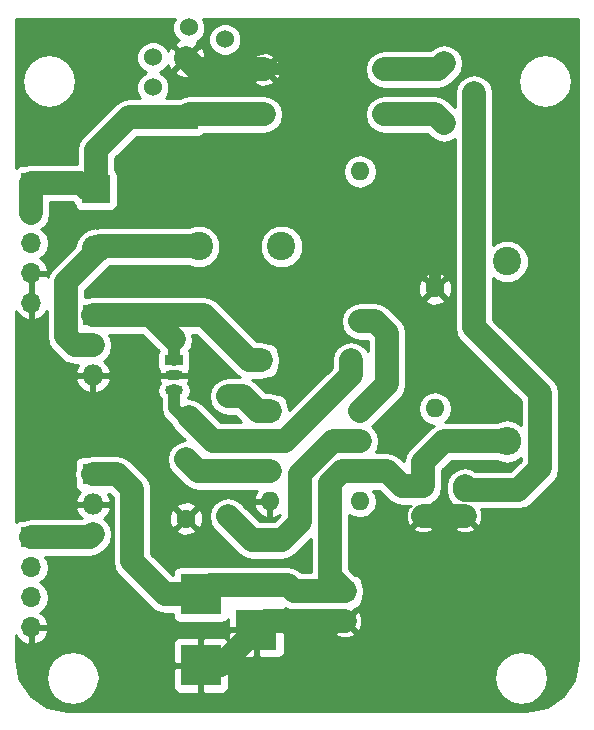
<source format=gtl>
G04 #@! TF.FileFunction,Copper,L1,Top,Signal*
%FSLAX46Y46*%
G04 Gerber Fmt 4.6, Leading zero omitted, Abs format (unit mm)*
G04 Created by KiCad (PCBNEW 4.0.7) date 10/23/17 00:19:34*
%MOMM*%
%LPD*%
G01*
G04 APERTURE LIST*
%ADD10C,0.100000*%
%ADD11C,1.600000*%
%ADD12R,2.000000X2.000000*%
%ADD13C,2.000000*%
%ADD14R,2.400000X2.400000*%
%ADD15O,2.400000X2.400000*%
%ADD16R,1.600000X1.600000*%
%ADD17O,1.600000X1.600000*%
%ADD18R,3.500000X3.500000*%
%ADD19R,1.700000X1.700000*%
%ADD20O,1.700000X1.700000*%
%ADD21C,2.400000*%
%ADD22O,1.500000X0.900000*%
%ADD23R,1.500000X0.900000*%
%ADD24R,1.800000X1.800000*%
%ADD25O,1.800000X1.800000*%
%ADD26C,1.524000*%
%ADD27C,2.000000*%
%ADD28C,1.000000*%
%ADD29C,0.254000*%
G04 APERTURE END LIST*
D10*
D11*
X169672000Y-122682000D03*
X169672000Y-125182000D03*
X149606000Y-120396000D03*
X149606000Y-125396000D03*
X173228000Y-122682000D03*
X173228000Y-125182000D03*
D12*
X149606000Y-91440000D03*
D13*
X149606000Y-86440000D03*
D14*
X141986000Y-97536000D03*
D15*
X141986000Y-102616000D03*
D16*
X155956000Y-112014000D03*
D17*
X163576000Y-112014000D03*
D18*
X150876000Y-131826000D03*
X150876000Y-137826000D03*
X155576000Y-134826000D03*
D19*
X136500000Y-127000000D03*
D20*
X136500000Y-129540000D03*
X136500000Y-132080000D03*
X136500000Y-134620000D03*
D19*
X136500000Y-97000000D03*
D20*
X136500000Y-99540000D03*
X136500000Y-102080000D03*
X136500000Y-104620000D03*
X136500000Y-107160000D03*
D21*
X157678000Y-102362000D03*
X150678000Y-102362000D03*
D22*
X148590000Y-113284000D03*
X148590000Y-114554000D03*
D23*
X148590000Y-112014000D03*
D24*
X141732000Y-108204000D03*
D25*
X141732000Y-110744000D03*
X141732000Y-113284000D03*
D11*
X164338000Y-108712000D03*
D17*
X164338000Y-96012000D03*
D11*
X170688000Y-105918000D03*
D17*
X170688000Y-116078000D03*
D11*
X153162000Y-115062000D03*
D17*
X153162000Y-125222000D03*
D11*
X166370000Y-91186000D03*
D17*
X156210000Y-91186000D03*
D26*
X173990000Y-89408000D03*
X171450000Y-86868000D03*
X171450000Y-91948000D03*
D11*
X156210000Y-87376000D03*
D17*
X166370000Y-87376000D03*
D21*
X176784000Y-103632000D03*
D15*
X176784000Y-118872000D03*
D16*
X156718000Y-116332000D03*
D17*
X164338000Y-123952000D03*
X156718000Y-118872000D03*
X164338000Y-121412000D03*
X156718000Y-121412000D03*
X164338000Y-118872000D03*
X156718000Y-123952000D03*
X164338000Y-116332000D03*
D24*
X141732000Y-121666000D03*
D25*
X141732000Y-124206000D03*
X141732000Y-126746000D03*
D16*
X163068000Y-131572000D03*
D11*
X163068000Y-134072000D03*
D26*
X145288000Y-96012000D03*
X147828000Y-96012000D03*
X145288000Y-98552000D03*
X146812000Y-86360000D03*
X146812000Y-88900000D03*
X149860000Y-83820000D03*
X152908000Y-84836000D03*
X150368000Y-96012000D03*
X147828000Y-98552000D03*
X150368000Y-98552000D03*
X155956000Y-96012000D03*
X155956000Y-98552000D03*
X148336000Y-128016000D03*
X151384000Y-128016000D03*
D27*
X176784000Y-118872000D02*
X171450000Y-118872000D01*
X169672000Y-120650000D02*
X169672000Y-122682000D01*
X171450000Y-118872000D02*
X169672000Y-120650000D01*
X169672000Y-122682000D02*
X167894000Y-122682000D01*
X166624000Y-121412000D02*
X164338000Y-121412000D01*
X167894000Y-122682000D02*
X166624000Y-121412000D01*
X164338000Y-121412000D02*
X162814000Y-121412000D01*
X161798000Y-130302000D02*
X163068000Y-131572000D01*
X161798000Y-122428000D02*
X161798000Y-130302000D01*
X162814000Y-121412000D02*
X161798000Y-122428000D01*
X163068000Y-131572000D02*
X158750000Y-131572000D01*
X158242000Y-131064000D02*
X151638000Y-131064000D01*
X158750000Y-131572000D02*
X158242000Y-131064000D01*
X151638000Y-131064000D02*
X150876000Y-131826000D01*
X150876000Y-131826000D02*
X147828000Y-131826000D01*
X143764000Y-121666000D02*
X141732000Y-121666000D01*
X145034000Y-122936000D02*
X143764000Y-121666000D01*
X145034000Y-129032000D02*
X145034000Y-122936000D01*
X147828000Y-131826000D02*
X145034000Y-129032000D01*
D28*
X170688000Y-105918000D02*
X170688000Y-103124000D01*
X157988000Y-87376000D02*
X156210000Y-87376000D01*
X159258000Y-88646000D02*
X157988000Y-87376000D01*
X159258000Y-96012000D02*
X159258000Y-88646000D01*
X162306000Y-99060000D02*
X159258000Y-96012000D01*
X166624000Y-99060000D02*
X162306000Y-99060000D01*
X170688000Y-103124000D02*
X166624000Y-99060000D01*
D27*
X156210000Y-87376000D02*
X150542000Y-87376000D01*
X150542000Y-87376000D02*
X149606000Y-86440000D01*
X173228000Y-125182000D02*
X169672000Y-125182000D01*
X163068000Y-134072000D02*
X156330000Y-134072000D01*
X156330000Y-134072000D02*
X152576000Y-137826000D01*
X152576000Y-137826000D02*
X150876000Y-137826000D01*
X156718000Y-121412000D02*
X150622000Y-121412000D01*
X150622000Y-121412000D02*
X149606000Y-120396000D01*
X173990000Y-89408000D02*
X173990000Y-109220000D01*
X177754002Y-122981998D02*
X173228000Y-122981998D01*
X179578000Y-121158000D02*
X177754002Y-122981998D01*
X179578000Y-114808000D02*
X179578000Y-121158000D01*
X173990000Y-109220000D02*
X179578000Y-114808000D01*
X173228000Y-122981998D02*
X173228000Y-122682000D01*
X136500000Y-97000000D02*
X136500000Y-99540000D01*
X141986000Y-97536000D02*
X141224000Y-97536000D01*
X141224000Y-97536000D02*
X140688000Y-97000000D01*
X140688000Y-97000000D02*
X136500000Y-97000000D01*
X149606000Y-91440000D02*
X144780000Y-91440000D01*
X141986000Y-94234000D02*
X141986000Y-97536000D01*
X144780000Y-91440000D02*
X141986000Y-94234000D01*
X156210000Y-91186000D02*
X149860000Y-91186000D01*
X149860000Y-91186000D02*
X149606000Y-91440000D01*
X141986000Y-102616000D02*
X141986000Y-102870000D01*
X141986000Y-102870000D02*
X139446000Y-105410000D01*
X140208000Y-110744000D02*
X141732000Y-110744000D01*
X139446000Y-109982000D02*
X140208000Y-110744000D01*
X139446000Y-105410000D02*
X139446000Y-109982000D01*
X150678000Y-102362000D02*
X142240000Y-102362000D01*
X142240000Y-102362000D02*
X141986000Y-102616000D01*
D28*
X148590000Y-112014000D02*
X148590000Y-110236000D01*
D27*
X146558000Y-108204000D02*
X148590000Y-110236000D01*
X146558000Y-108204000D02*
X145034000Y-108204000D01*
X155956000Y-112014000D02*
X154940000Y-112014000D01*
X151130000Y-108204000D02*
X145034000Y-108204000D01*
X145034000Y-108204000D02*
X141732000Y-108204000D01*
X154940000Y-112014000D02*
X151130000Y-108204000D01*
D28*
X149860000Y-116840000D02*
X149352000Y-116840000D01*
D27*
X156718000Y-118872000D02*
X151892000Y-118872000D01*
X151892000Y-118872000D02*
X149860000Y-116840000D01*
D28*
X148590000Y-116078000D02*
X148590000Y-114554000D01*
X149352000Y-116840000D02*
X148590000Y-116078000D01*
D27*
X163576000Y-112014000D02*
X163576000Y-113284000D01*
X157988000Y-118872000D02*
X156718000Y-118872000D01*
X163576000Y-113284000D02*
X157988000Y-118872000D01*
X136500000Y-127000000D02*
X141478000Y-127000000D01*
X141478000Y-127000000D02*
X141732000Y-126746000D01*
X153162000Y-125222000D02*
X155194000Y-127254000D01*
X162052000Y-118872000D02*
X164338000Y-118872000D01*
X159258000Y-121666000D02*
X162052000Y-118872000D01*
X159258000Y-125730000D02*
X159258000Y-121666000D01*
X157734000Y-127254000D02*
X159258000Y-125730000D01*
X155194000Y-127254000D02*
X157734000Y-127254000D01*
X164338000Y-116332000D02*
X166624000Y-114046000D01*
X165608000Y-108712000D02*
X164338000Y-108712000D01*
X166624000Y-109728000D02*
X165608000Y-108712000D01*
X166624000Y-114046000D02*
X166624000Y-109728000D01*
X156718000Y-116332000D02*
X155702000Y-116332000D01*
X154432000Y-115062000D02*
X153162000Y-115062000D01*
X155702000Y-116332000D02*
X154432000Y-115062000D01*
X166370000Y-91186000D02*
X170688000Y-91186000D01*
X170688000Y-91186000D02*
X171450000Y-91948000D01*
X166370000Y-87376000D02*
X170942000Y-87376000D01*
X170942000Y-87376000D02*
X171450000Y-86868000D01*
D29*
G36*
X148463243Y-83540900D02*
X148462758Y-84096661D01*
X148674990Y-84610303D01*
X148981365Y-84917213D01*
X148731736Y-85020613D01*
X148633073Y-85287468D01*
X149606000Y-86260395D01*
X150578927Y-85287468D01*
X150514297Y-85112661D01*
X151510758Y-85112661D01*
X151722990Y-85626303D01*
X152115630Y-86019629D01*
X152628900Y-86232757D01*
X153184661Y-86233242D01*
X153698303Y-86021010D01*
X154091629Y-85628370D01*
X154304757Y-85115100D01*
X154305242Y-84559339D01*
X154093010Y-84045697D01*
X153700370Y-83652371D01*
X153187100Y-83439243D01*
X152631339Y-83438758D01*
X152117697Y-83650990D01*
X151724371Y-84043630D01*
X151511243Y-84556900D01*
X151510758Y-85112661D01*
X150514297Y-85112661D01*
X150497794Y-85068025D01*
X150650303Y-85005010D01*
X151043629Y-84612370D01*
X151256757Y-84099100D01*
X151257242Y-83543339D01*
X151061118Y-83068682D01*
X182815000Y-83068682D01*
X182815000Y-137316215D01*
X182474142Y-139029826D01*
X181541676Y-140425359D01*
X180146142Y-141357824D01*
X178432533Y-141698682D01*
X139567467Y-141698682D01*
X137853856Y-141357824D01*
X136458323Y-140425358D01*
X135525858Y-139029824D01*
X135493543Y-138867365D01*
X137715000Y-138867365D01*
X137888935Y-139741797D01*
X138384261Y-140483104D01*
X139125568Y-140978430D01*
X140000000Y-141152365D01*
X140874432Y-140978430D01*
X141615739Y-140483104D01*
X142111065Y-139741797D01*
X142285000Y-138867365D01*
X142134700Y-138111750D01*
X148491000Y-138111750D01*
X148491000Y-139702309D01*
X148587673Y-139935698D01*
X148766301Y-140114327D01*
X148999690Y-140211000D01*
X150590250Y-140211000D01*
X150749000Y-140052250D01*
X150749000Y-137953000D01*
X151003000Y-137953000D01*
X151003000Y-140052250D01*
X151161750Y-140211000D01*
X152752310Y-140211000D01*
X152985699Y-140114327D01*
X153164327Y-139935698D01*
X153261000Y-139702309D01*
X153261000Y-138867365D01*
X175715000Y-138867365D01*
X175888935Y-139741797D01*
X176384261Y-140483104D01*
X177125568Y-140978430D01*
X178000000Y-141152365D01*
X178874432Y-140978430D01*
X179615739Y-140483104D01*
X180111065Y-139741797D01*
X180285000Y-138867365D01*
X180111065Y-137992933D01*
X179615739Y-137251626D01*
X178874432Y-136756300D01*
X178000000Y-136582365D01*
X177125568Y-136756300D01*
X176384261Y-137251626D01*
X175888935Y-137992933D01*
X175715000Y-138867365D01*
X153261000Y-138867365D01*
X153261000Y-138111750D01*
X153102250Y-137953000D01*
X151003000Y-137953000D01*
X150749000Y-137953000D01*
X148649750Y-137953000D01*
X148491000Y-138111750D01*
X142134700Y-138111750D01*
X142111065Y-137992933D01*
X141615739Y-137251626D01*
X140874432Y-136756300D01*
X140000000Y-136582365D01*
X139125568Y-136756300D01*
X138384261Y-137251626D01*
X137888935Y-137992933D01*
X137715000Y-138867365D01*
X135493543Y-138867365D01*
X135185000Y-137316215D01*
X135185000Y-135282249D01*
X135228355Y-135386924D01*
X135618642Y-135815183D01*
X136143108Y-136061486D01*
X136373000Y-135940819D01*
X136373000Y-134747000D01*
X136627000Y-134747000D01*
X136627000Y-135940819D01*
X136856892Y-136061486D01*
X137094943Y-135949691D01*
X148491000Y-135949691D01*
X148491000Y-137540250D01*
X148649750Y-137699000D01*
X150749000Y-137699000D01*
X150749000Y-135599750D01*
X151003000Y-135599750D01*
X151003000Y-137699000D01*
X153102250Y-137699000D01*
X153261000Y-137540250D01*
X153261000Y-136871304D01*
X153287673Y-136935698D01*
X153466301Y-137114327D01*
X153699690Y-137211000D01*
X155290250Y-137211000D01*
X155449000Y-137052250D01*
X155449000Y-134953000D01*
X155703000Y-134953000D01*
X155703000Y-137052250D01*
X155861750Y-137211000D01*
X157452310Y-137211000D01*
X157685699Y-137114327D01*
X157864327Y-136935698D01*
X157961000Y-136702309D01*
X157961000Y-135111750D01*
X157928995Y-135079745D01*
X162239861Y-135079745D01*
X162313995Y-135325864D01*
X162851223Y-135518965D01*
X163421454Y-135491778D01*
X163822005Y-135325864D01*
X163896139Y-135079745D01*
X163068000Y-134251605D01*
X162239861Y-135079745D01*
X157928995Y-135079745D01*
X157802250Y-134953000D01*
X155703000Y-134953000D01*
X155449000Y-134953000D01*
X153349750Y-134953000D01*
X153191000Y-135111750D01*
X153191000Y-135780696D01*
X153164327Y-135716302D01*
X152985699Y-135537673D01*
X152752310Y-135441000D01*
X151161750Y-135441000D01*
X151003000Y-135599750D01*
X150749000Y-135599750D01*
X150590250Y-135441000D01*
X148999690Y-135441000D01*
X148766301Y-135537673D01*
X148587673Y-135716302D01*
X148491000Y-135949691D01*
X137094943Y-135949691D01*
X137381358Y-135815183D01*
X137771645Y-135386924D01*
X137941476Y-134976890D01*
X137820155Y-134747000D01*
X136627000Y-134747000D01*
X136373000Y-134747000D01*
X136353000Y-134747000D01*
X136353000Y-134493000D01*
X136373000Y-134493000D01*
X136373000Y-134473000D01*
X136627000Y-134473000D01*
X136627000Y-134493000D01*
X137820155Y-134493000D01*
X137941476Y-134263110D01*
X137771645Y-133853076D01*
X137381358Y-133424817D01*
X137238447Y-133357702D01*
X137579147Y-133130054D01*
X137901054Y-132648285D01*
X138014093Y-132080000D01*
X137901054Y-131511715D01*
X137579147Y-131029946D01*
X137249974Y-130810000D01*
X137579147Y-130590054D01*
X137901054Y-130108285D01*
X138014093Y-129540000D01*
X137901054Y-128971715D01*
X137676069Y-128635000D01*
X141477995Y-128635000D01*
X141478000Y-128635001D01*
X142103688Y-128510543D01*
X142634120Y-128156120D01*
X142888119Y-127902120D01*
X143242543Y-127371688D01*
X143367000Y-126746000D01*
X143242543Y-126120312D01*
X142888119Y-125589881D01*
X142634879Y-125420671D01*
X142969966Y-125113576D01*
X143223046Y-124570742D01*
X143102997Y-124333000D01*
X141859000Y-124333000D01*
X141859000Y-124353000D01*
X141605000Y-124353000D01*
X141605000Y-124333000D01*
X140361003Y-124333000D01*
X140240954Y-124570742D01*
X140494034Y-125113576D01*
X140768375Y-125365000D01*
X136500000Y-125365000D01*
X135874313Y-125489457D01*
X135854703Y-125502560D01*
X135650000Y-125502560D01*
X135414683Y-125546838D01*
X135198559Y-125685910D01*
X135185000Y-125705754D01*
X135185000Y-113648742D01*
X140240954Y-113648742D01*
X140494034Y-114191576D01*
X140935583Y-114596240D01*
X141367260Y-114775036D01*
X141605000Y-114654378D01*
X141605000Y-113411000D01*
X141859000Y-113411000D01*
X141859000Y-114654378D01*
X142096740Y-114775036D01*
X142528417Y-114596240D01*
X142969966Y-114191576D01*
X143223046Y-113648742D01*
X143102997Y-113411000D01*
X141859000Y-113411000D01*
X141605000Y-113411000D01*
X140361003Y-113411000D01*
X140240954Y-113648742D01*
X135185000Y-113648742D01*
X135185000Y-107822249D01*
X135228355Y-107926924D01*
X135618642Y-108355183D01*
X136143108Y-108601486D01*
X136373000Y-108480819D01*
X136373000Y-107287000D01*
X136353000Y-107287000D01*
X136353000Y-107033000D01*
X136373000Y-107033000D01*
X136373000Y-104747000D01*
X136627000Y-104747000D01*
X136627000Y-107033000D01*
X136647000Y-107033000D01*
X136647000Y-107287000D01*
X136627000Y-107287000D01*
X136627000Y-108480819D01*
X136856892Y-108601486D01*
X137381358Y-108355183D01*
X137771645Y-107926924D01*
X137811000Y-107831907D01*
X137811000Y-109981995D01*
X137810999Y-109982000D01*
X137935457Y-110607688D01*
X138289880Y-111138120D01*
X139051878Y-111900117D01*
X139051880Y-111900120D01*
X139489050Y-112192227D01*
X139582313Y-112254543D01*
X140208000Y-112379001D01*
X140208005Y-112379000D01*
X140492833Y-112379000D01*
X140240954Y-112919258D01*
X140361003Y-113157000D01*
X141605000Y-113157000D01*
X141605000Y-113137000D01*
X141859000Y-113137000D01*
X141859000Y-113157000D01*
X143102997Y-113157000D01*
X143223046Y-112919258D01*
X142969966Y-112376424D01*
X142634880Y-112069329D01*
X142888120Y-111900120D01*
X143242543Y-111369687D01*
X143367000Y-110744000D01*
X143242543Y-110118313D01*
X143055913Y-109839000D01*
X145880760Y-109839000D01*
X147288342Y-111246582D01*
X147243569Y-111312110D01*
X147192560Y-111564000D01*
X147192560Y-112464000D01*
X147236838Y-112699317D01*
X147322558Y-112832529D01*
X147245592Y-112989999D01*
X147372498Y-113157000D01*
X148463000Y-113157000D01*
X148463000Y-113137000D01*
X148529672Y-113137000D01*
X148590000Y-113149000D01*
X148650328Y-113137000D01*
X148717000Y-113137000D01*
X148717000Y-113157000D01*
X149807502Y-113157000D01*
X149934408Y-112989999D01*
X149857147Y-112831925D01*
X149936431Y-112715890D01*
X149987440Y-112464000D01*
X149987440Y-111564000D01*
X149943162Y-111328683D01*
X149867291Y-111210775D01*
X150100543Y-110861688D01*
X150225001Y-110236000D01*
X150146032Y-109839000D01*
X150452760Y-109839000D01*
X153783878Y-113170117D01*
X153783880Y-113170120D01*
X154168329Y-113427000D01*
X153162000Y-113427000D01*
X152536313Y-113551457D01*
X152005880Y-113905880D01*
X151651457Y-114436313D01*
X151527000Y-115062000D01*
X151651457Y-115687687D01*
X152005880Y-116218120D01*
X152536313Y-116572543D01*
X153162000Y-116697000D01*
X153754760Y-116697000D01*
X154294761Y-117237000D01*
X152569240Y-117237000D01*
X151016120Y-115683880D01*
X150485688Y-115329457D01*
X149860000Y-115204999D01*
X149746973Y-115227482D01*
X149919543Y-114969212D01*
X150002134Y-114554000D01*
X149919543Y-114138788D01*
X149769830Y-113914726D01*
X149934408Y-113578001D01*
X149807502Y-113411000D01*
X148717000Y-113411000D01*
X148717000Y-113431000D01*
X148650328Y-113431000D01*
X148590000Y-113419000D01*
X148529672Y-113431000D01*
X148463000Y-113431000D01*
X148463000Y-113411000D01*
X147372498Y-113411000D01*
X147245592Y-113578001D01*
X147410170Y-113914726D01*
X147260457Y-114138788D01*
X147177866Y-114554000D01*
X147260457Y-114969212D01*
X147455000Y-115260366D01*
X147455000Y-116078000D01*
X147541397Y-116512346D01*
X147636892Y-116655264D01*
X147787434Y-116880566D01*
X148343721Y-117436853D01*
X148349457Y-117465688D01*
X148703880Y-117996120D01*
X149491529Y-118783769D01*
X148980312Y-118885457D01*
X148449880Y-119239880D01*
X148095457Y-119770312D01*
X147970999Y-120396000D01*
X148095457Y-121021688D01*
X148449880Y-121552120D01*
X149465880Y-122568120D01*
X149996312Y-122922543D01*
X150622000Y-123047001D01*
X150622005Y-123047000D01*
X155638763Y-123047000D01*
X155486959Y-123214577D01*
X155326096Y-123602961D01*
X155448085Y-123825000D01*
X156591000Y-123825000D01*
X156591000Y-123805000D01*
X156845000Y-123805000D01*
X156845000Y-123825000D01*
X156865000Y-123825000D01*
X156865000Y-124079000D01*
X156845000Y-124079000D01*
X156845000Y-125222629D01*
X157067041Y-125343914D01*
X157569788Y-125105973D01*
X157056760Y-125619000D01*
X155871240Y-125619000D01*
X154553279Y-124301039D01*
X155326096Y-124301039D01*
X155486959Y-124689423D01*
X155862866Y-125104389D01*
X156368959Y-125343914D01*
X156591000Y-125222629D01*
X156591000Y-124079000D01*
X155448085Y-124079000D01*
X155326096Y-124301039D01*
X154553279Y-124301039D01*
X154318120Y-124065880D01*
X153787688Y-123711457D01*
X153162000Y-123586999D01*
X152536312Y-123711457D01*
X152005880Y-124065880D01*
X151651457Y-124596312D01*
X151526999Y-125222000D01*
X151651457Y-125847688D01*
X152005880Y-126378120D01*
X154037880Y-128410120D01*
X154568312Y-128764543D01*
X155194000Y-128889001D01*
X155194005Y-128889000D01*
X157733995Y-128889000D01*
X157734000Y-128889001D01*
X158359688Y-128764543D01*
X158890120Y-128410120D01*
X160163000Y-127137239D01*
X160163000Y-129937000D01*
X159427240Y-129937000D01*
X159398120Y-129907880D01*
X158867688Y-129553457D01*
X158242000Y-129428999D01*
X158241995Y-129429000D01*
X152628173Y-129429000D01*
X152626000Y-129428560D01*
X149126000Y-129428560D01*
X148890683Y-129472838D01*
X148674559Y-129611910D01*
X148529569Y-129824110D01*
X148478560Y-130076000D01*
X148478560Y-130164321D01*
X146669000Y-128354760D01*
X146669000Y-126403745D01*
X148777861Y-126403745D01*
X148851995Y-126649864D01*
X149389223Y-126842965D01*
X149959454Y-126815778D01*
X150360005Y-126649864D01*
X150434139Y-126403745D01*
X149606000Y-125575605D01*
X148777861Y-126403745D01*
X146669000Y-126403745D01*
X146669000Y-125179223D01*
X148159035Y-125179223D01*
X148186222Y-125749454D01*
X148352136Y-126150005D01*
X148598255Y-126224139D01*
X149426395Y-125396000D01*
X149785605Y-125396000D01*
X150613745Y-126224139D01*
X150859864Y-126150005D01*
X151052965Y-125612777D01*
X151025778Y-125042546D01*
X150859864Y-124641995D01*
X150613745Y-124567861D01*
X149785605Y-125396000D01*
X149426395Y-125396000D01*
X148598255Y-124567861D01*
X148352136Y-124641995D01*
X148159035Y-125179223D01*
X146669000Y-125179223D01*
X146669000Y-124388255D01*
X148777861Y-124388255D01*
X149606000Y-125216395D01*
X150434139Y-124388255D01*
X150360005Y-124142136D01*
X149822777Y-123949035D01*
X149252546Y-123976222D01*
X148851995Y-124142136D01*
X148777861Y-124388255D01*
X146669000Y-124388255D01*
X146669000Y-122936000D01*
X146618351Y-122681371D01*
X146544543Y-122310312D01*
X146362381Y-122037688D01*
X146190120Y-121779880D01*
X146190117Y-121779878D01*
X144920120Y-120509880D01*
X144389688Y-120155457D01*
X143764000Y-120030999D01*
X143763995Y-120031000D01*
X141732000Y-120031000D01*
X141291807Y-120118560D01*
X140832000Y-120118560D01*
X140596683Y-120162838D01*
X140380559Y-120301910D01*
X140235569Y-120514110D01*
X140184560Y-120766000D01*
X140184560Y-121225807D01*
X140097000Y-121666000D01*
X140184560Y-122106193D01*
X140184560Y-122566000D01*
X140228838Y-122801317D01*
X140367910Y-123017441D01*
X140580110Y-123162431D01*
X140631146Y-123172766D01*
X140494034Y-123298424D01*
X140240954Y-123841258D01*
X140361003Y-124079000D01*
X141605000Y-124079000D01*
X141605000Y-124059000D01*
X141859000Y-124059000D01*
X141859000Y-124079000D01*
X143102997Y-124079000D01*
X143223046Y-123841258D01*
X142971167Y-123301000D01*
X143086760Y-123301000D01*
X143399000Y-123613239D01*
X143399000Y-129031995D01*
X143398999Y-129032000D01*
X143523457Y-129657688D01*
X143877880Y-130188120D01*
X146671878Y-132982117D01*
X146671880Y-132982120D01*
X147008438Y-133207000D01*
X147202313Y-133336543D01*
X147828000Y-133461001D01*
X147828005Y-133461000D01*
X148478560Y-133461000D01*
X148478560Y-133576000D01*
X148522838Y-133811317D01*
X148661910Y-134027441D01*
X148874110Y-134172431D01*
X149126000Y-134223440D01*
X152626000Y-134223440D01*
X152861317Y-134179162D01*
X153077441Y-134040090D01*
X153191000Y-133873891D01*
X153191000Y-134540250D01*
X153349750Y-134699000D01*
X155449000Y-134699000D01*
X155449000Y-134679000D01*
X155703000Y-134679000D01*
X155703000Y-134699000D01*
X157802250Y-134699000D01*
X157961000Y-134540250D01*
X157961000Y-132973421D01*
X158124313Y-133082543D01*
X158750000Y-133207000D01*
X162023392Y-133207000D01*
X162060253Y-133243861D01*
X161814136Y-133317995D01*
X161621035Y-133855223D01*
X161648222Y-134425454D01*
X161814136Y-134826005D01*
X162060255Y-134900139D01*
X162888395Y-134072000D01*
X163247605Y-134072000D01*
X164075745Y-134900139D01*
X164321864Y-134826005D01*
X164514965Y-134288777D01*
X164487778Y-133718546D01*
X164321864Y-133317995D01*
X164075745Y-133243861D01*
X163247605Y-134072000D01*
X162888395Y-134072000D01*
X162874252Y-134057858D01*
X163053858Y-133878252D01*
X163068000Y-133892395D01*
X163896139Y-133064255D01*
X163881855Y-133016833D01*
X164103317Y-132975162D01*
X164319441Y-132836090D01*
X164464431Y-132623890D01*
X164515440Y-132372000D01*
X164515440Y-132292128D01*
X164563554Y-132220120D01*
X164578543Y-132197688D01*
X164703000Y-131572000D01*
X164578543Y-130946312D01*
X164515440Y-130851872D01*
X164515440Y-130772000D01*
X164471162Y-130536683D01*
X164332090Y-130320559D01*
X164119890Y-130175569D01*
X163949253Y-130141014D01*
X163433000Y-129624760D01*
X163433000Y-126189745D01*
X168843861Y-126189745D01*
X168917995Y-126435864D01*
X169455223Y-126628965D01*
X170025454Y-126601778D01*
X170426005Y-126435864D01*
X170500139Y-126189745D01*
X172399861Y-126189745D01*
X172473995Y-126435864D01*
X173011223Y-126628965D01*
X173581454Y-126601778D01*
X173982005Y-126435864D01*
X174056139Y-126189745D01*
X173228000Y-125361605D01*
X172399861Y-126189745D01*
X170500139Y-126189745D01*
X169672000Y-125361605D01*
X168843861Y-126189745D01*
X163433000Y-126189745D01*
X163433000Y-125058780D01*
X163760736Y-125277767D01*
X164309887Y-125387000D01*
X164366113Y-125387000D01*
X164915264Y-125277767D01*
X165380811Y-124966698D01*
X165691880Y-124501151D01*
X165801113Y-123952000D01*
X165691880Y-123402849D01*
X165454109Y-123047000D01*
X165946760Y-123047000D01*
X166737878Y-123838117D01*
X166737880Y-123838120D01*
X166944565Y-123976222D01*
X167268312Y-124192543D01*
X167894000Y-124317000D01*
X168627392Y-124317000D01*
X168664253Y-124353861D01*
X168418136Y-124427995D01*
X168225035Y-124965223D01*
X168252222Y-125535454D01*
X168418136Y-125936005D01*
X168664255Y-126010139D01*
X169492395Y-125182000D01*
X169851605Y-125182000D01*
X170679745Y-126010139D01*
X170925864Y-125936005D01*
X171118965Y-125398777D01*
X171091778Y-124828546D01*
X170925864Y-124427995D01*
X170679745Y-124353861D01*
X169851605Y-125182000D01*
X169492395Y-125182000D01*
X169478252Y-125167858D01*
X169657858Y-124988252D01*
X169672000Y-125002395D01*
X170500139Y-124174255D01*
X170470805Y-124076869D01*
X170828120Y-123838120D01*
X171182543Y-123307687D01*
X171307000Y-122682000D01*
X171307000Y-121327240D01*
X172127239Y-120507000D01*
X175937699Y-120507000D01*
X176081776Y-120603269D01*
X176784000Y-120742950D01*
X177486224Y-120603269D01*
X177943000Y-120298061D01*
X177943000Y-120480761D01*
X177076762Y-121346998D01*
X174116403Y-121346998D01*
X173853687Y-121171457D01*
X173228000Y-121047000D01*
X172602313Y-121171457D01*
X172071880Y-121525880D01*
X171717457Y-122056313D01*
X171593000Y-122682000D01*
X171593000Y-122981998D01*
X171717457Y-123607685D01*
X172071880Y-124138118D01*
X172152427Y-124191937D01*
X172105378Y-124238986D01*
X172220253Y-124353861D01*
X171974136Y-124427995D01*
X171781035Y-124965223D01*
X171808222Y-125535454D01*
X171974136Y-125936005D01*
X172220255Y-126010139D01*
X173048395Y-125182000D01*
X173034252Y-125167858D01*
X173213858Y-124988253D01*
X173228000Y-125002395D01*
X173242143Y-124988253D01*
X173421748Y-125167858D01*
X173407605Y-125182000D01*
X174235745Y-126010139D01*
X174481864Y-125936005D01*
X174674965Y-125398777D01*
X174647778Y-124828546D01*
X174560152Y-124616998D01*
X177753997Y-124616998D01*
X177754002Y-124616999D01*
X178379690Y-124492541D01*
X178910122Y-124138118D01*
X180734117Y-122314122D01*
X180734120Y-122314120D01*
X181088543Y-121783687D01*
X181089300Y-121779880D01*
X181213001Y-121158000D01*
X181213000Y-121157995D01*
X181213000Y-114808000D01*
X181088543Y-114182313D01*
X180734120Y-113651880D01*
X180734117Y-113651878D01*
X175625000Y-108542760D01*
X175625000Y-105068325D01*
X175743199Y-105186730D01*
X176417395Y-105466681D01*
X177147403Y-105467318D01*
X177822086Y-105188545D01*
X178338730Y-104672801D01*
X178618681Y-103998605D01*
X178619318Y-103268597D01*
X178340545Y-102593914D01*
X177824801Y-102077270D01*
X177150605Y-101797319D01*
X176420597Y-101796682D01*
X175745914Y-102075455D01*
X175625000Y-102196158D01*
X175625000Y-89408000D01*
X175500543Y-88782313D01*
X175223285Y-88367365D01*
X177715000Y-88367365D01*
X177888935Y-89241797D01*
X178384261Y-89983104D01*
X179125568Y-90478430D01*
X180000000Y-90652365D01*
X180874432Y-90478430D01*
X181615739Y-89983104D01*
X182111065Y-89241797D01*
X182285000Y-88367365D01*
X182111065Y-87492933D01*
X181615739Y-86751626D01*
X180874432Y-86256300D01*
X180000000Y-86082365D01*
X179125568Y-86256300D01*
X178384261Y-86751626D01*
X177888935Y-87492933D01*
X177715000Y-88367365D01*
X175223285Y-88367365D01*
X175146120Y-88251880D01*
X174615687Y-87897457D01*
X173990000Y-87773000D01*
X173364313Y-87897457D01*
X172833880Y-88251880D01*
X172479457Y-88782313D01*
X172355000Y-89408000D01*
X172355000Y-90540761D01*
X171844120Y-90029880D01*
X171313688Y-89675457D01*
X170688000Y-89550999D01*
X170687995Y-89551000D01*
X166370000Y-89551000D01*
X165744313Y-89675457D01*
X165213880Y-90029880D01*
X164859457Y-90560313D01*
X164735000Y-91186000D01*
X164859457Y-91811687D01*
X165213880Y-92342120D01*
X165744313Y-92696543D01*
X166370000Y-92821000D01*
X170010761Y-92821000D01*
X170293881Y-93104120D01*
X170824313Y-93458543D01*
X171450000Y-93583001D01*
X172075688Y-93458543D01*
X172355000Y-93271913D01*
X172355000Y-109219995D01*
X172354999Y-109220000D01*
X172479457Y-109845688D01*
X172833880Y-110376120D01*
X177943000Y-115485239D01*
X177943000Y-117445939D01*
X177486224Y-117140731D01*
X176784000Y-117001050D01*
X176081776Y-117140731D01*
X175937699Y-117237000D01*
X171528809Y-117237000D01*
X171702698Y-117120811D01*
X172013767Y-116655264D01*
X172123000Y-116106113D01*
X172123000Y-116049887D01*
X172013767Y-115500736D01*
X171702698Y-115035189D01*
X171237151Y-114724120D01*
X170688000Y-114614887D01*
X170138849Y-114724120D01*
X169673302Y-115035189D01*
X169362233Y-115500736D01*
X169253000Y-116049887D01*
X169253000Y-116106113D01*
X169362233Y-116655264D01*
X169673302Y-117120811D01*
X170138849Y-117431880D01*
X170585848Y-117520794D01*
X170293880Y-117715880D01*
X170293878Y-117715883D01*
X168515880Y-119493880D01*
X168161457Y-120024312D01*
X168059769Y-120535529D01*
X167780120Y-120255880D01*
X167249688Y-119901457D01*
X166624000Y-119776999D01*
X166623995Y-119777000D01*
X165661913Y-119777000D01*
X165848543Y-119497687D01*
X165973000Y-118872000D01*
X165848543Y-118246313D01*
X165494120Y-117715880D01*
X165323686Y-117602000D01*
X165494120Y-117488120D01*
X167780117Y-115202122D01*
X167780120Y-115202120D01*
X168043462Y-114808000D01*
X168134543Y-114671688D01*
X168259000Y-114046000D01*
X168259000Y-109728005D01*
X168259001Y-109728000D01*
X168134543Y-109102312D01*
X167780120Y-108571880D01*
X166764120Y-107555880D01*
X166233688Y-107201457D01*
X165608000Y-107076999D01*
X165607995Y-107077000D01*
X164338000Y-107077000D01*
X163712313Y-107201457D01*
X163181880Y-107555880D01*
X162827457Y-108086313D01*
X162703000Y-108712000D01*
X162827457Y-109337687D01*
X163181880Y-109868120D01*
X163712313Y-110222543D01*
X164338000Y-110347000D01*
X164930760Y-110347000D01*
X164989000Y-110405240D01*
X164989000Y-111242329D01*
X164732120Y-110857880D01*
X164201687Y-110503457D01*
X163576000Y-110379000D01*
X162950313Y-110503457D01*
X162419880Y-110857880D01*
X162065457Y-111388313D01*
X161941000Y-112014000D01*
X161941000Y-112606761D01*
X158330230Y-116217530D01*
X158228543Y-115706313D01*
X158165440Y-115611872D01*
X158165440Y-115532000D01*
X158121162Y-115296683D01*
X157982090Y-115080559D01*
X157769890Y-114935569D01*
X157518000Y-114884560D01*
X157438128Y-114884560D01*
X157343687Y-114821457D01*
X156718000Y-114697000D01*
X156379239Y-114697000D01*
X155588120Y-113905880D01*
X155203672Y-113649000D01*
X155956000Y-113649000D01*
X156581687Y-113524543D01*
X156676128Y-113461440D01*
X156756000Y-113461440D01*
X156991317Y-113417162D01*
X157207441Y-113278090D01*
X157352431Y-113065890D01*
X157403440Y-112814000D01*
X157403440Y-112734128D01*
X157466543Y-112639687D01*
X157591000Y-112014000D01*
X157466543Y-111388313D01*
X157403440Y-111293872D01*
X157403440Y-111214000D01*
X157359162Y-110978683D01*
X157220090Y-110762559D01*
X157007890Y-110617569D01*
X156756000Y-110566560D01*
X156676128Y-110566560D01*
X156581687Y-110503457D01*
X155956000Y-110379000D01*
X155617239Y-110379000D01*
X152286120Y-107047880D01*
X152103332Y-106925745D01*
X169859861Y-106925745D01*
X169933995Y-107171864D01*
X170471223Y-107364965D01*
X171041454Y-107337778D01*
X171442005Y-107171864D01*
X171516139Y-106925745D01*
X170688000Y-106097605D01*
X169859861Y-106925745D01*
X152103332Y-106925745D01*
X151755688Y-106693457D01*
X151130000Y-106568999D01*
X151129995Y-106569000D01*
X146558005Y-106569000D01*
X146558000Y-106568999D01*
X146557995Y-106569000D01*
X141732000Y-106569000D01*
X141291807Y-106656560D01*
X141081000Y-106656560D01*
X141081000Y-106087240D01*
X141467016Y-105701223D01*
X169241035Y-105701223D01*
X169268222Y-106271454D01*
X169434136Y-106672005D01*
X169680255Y-106746139D01*
X170508395Y-105918000D01*
X170867605Y-105918000D01*
X171695745Y-106746139D01*
X171941864Y-106672005D01*
X172134965Y-106134777D01*
X172107778Y-105564546D01*
X171941864Y-105163995D01*
X171695745Y-105089861D01*
X170867605Y-105918000D01*
X170508395Y-105918000D01*
X169680255Y-105089861D01*
X169434136Y-105163995D01*
X169241035Y-105701223D01*
X141467016Y-105701223D01*
X142257984Y-104910255D01*
X169859861Y-104910255D01*
X170688000Y-105738395D01*
X171516139Y-104910255D01*
X171442005Y-104664136D01*
X170904777Y-104471035D01*
X170334546Y-104498222D01*
X169933995Y-104664136D01*
X169859861Y-104910255D01*
X142257984Y-104910255D01*
X143088276Y-104079963D01*
X143212439Y-103997000D01*
X149830510Y-103997000D01*
X150311395Y-104196681D01*
X151041403Y-104197318D01*
X151716086Y-103918545D01*
X152232730Y-103402801D01*
X152512681Y-102728605D01*
X152512683Y-102725403D01*
X155842682Y-102725403D01*
X156121455Y-103400086D01*
X156637199Y-103916730D01*
X157311395Y-104196681D01*
X158041403Y-104197318D01*
X158716086Y-103918545D01*
X159232730Y-103402801D01*
X159512681Y-102728605D01*
X159513318Y-101998597D01*
X159234545Y-101323914D01*
X158718801Y-100807270D01*
X158044605Y-100527319D01*
X157314597Y-100526682D01*
X156639914Y-100805455D01*
X156123270Y-101321199D01*
X155843319Y-101995395D01*
X155842682Y-102725403D01*
X152512683Y-102725403D01*
X152513318Y-101998597D01*
X152234545Y-101323914D01*
X151718801Y-100807270D01*
X151044605Y-100527319D01*
X150314597Y-100526682D01*
X149829790Y-100727000D01*
X142240000Y-100727000D01*
X142067628Y-100761287D01*
X141986000Y-100745050D01*
X141283776Y-100884731D01*
X140688459Y-101282509D01*
X140290681Y-101877826D01*
X140197504Y-102346256D01*
X138289880Y-104253880D01*
X137935457Y-104784312D01*
X137909284Y-104915890D01*
X137820155Y-104747000D01*
X136627000Y-104747000D01*
X136373000Y-104747000D01*
X136353000Y-104747000D01*
X136353000Y-104493000D01*
X136373000Y-104493000D01*
X136373000Y-104473000D01*
X136627000Y-104473000D01*
X136627000Y-104493000D01*
X137820155Y-104493000D01*
X137941476Y-104263110D01*
X137771645Y-103853076D01*
X137381358Y-103424817D01*
X137238447Y-103357702D01*
X137579147Y-103130054D01*
X137901054Y-102648285D01*
X138014093Y-102080000D01*
X137901054Y-101511715D01*
X137579147Y-101029946D01*
X137367830Y-100888749D01*
X137656120Y-100696120D01*
X138010543Y-100165687D01*
X138135000Y-99540000D01*
X138135000Y-98635000D01*
X140010761Y-98635000D01*
X140067878Y-98692117D01*
X140067880Y-98692120D01*
X140139280Y-98739828D01*
X140182838Y-98971317D01*
X140321910Y-99187441D01*
X140534110Y-99332431D01*
X140786000Y-99383440D01*
X143186000Y-99383440D01*
X143421317Y-99339162D01*
X143637441Y-99200090D01*
X143782431Y-98987890D01*
X143833440Y-98736000D01*
X143833440Y-96336000D01*
X143789162Y-96100683D01*
X143714006Y-95983887D01*
X162903000Y-95983887D01*
X162903000Y-96040113D01*
X163012233Y-96589264D01*
X163323302Y-97054811D01*
X163788849Y-97365880D01*
X164338000Y-97475113D01*
X164887151Y-97365880D01*
X165352698Y-97054811D01*
X165663767Y-96589264D01*
X165773000Y-96040113D01*
X165773000Y-95983887D01*
X165663767Y-95434736D01*
X165352698Y-94969189D01*
X164887151Y-94658120D01*
X164338000Y-94548887D01*
X163788849Y-94658120D01*
X163323302Y-94969189D01*
X163012233Y-95434736D01*
X162903000Y-95983887D01*
X143714006Y-95983887D01*
X143650090Y-95884559D01*
X143621000Y-95864683D01*
X143621000Y-94911240D01*
X145457239Y-93075000D01*
X148544569Y-93075000D01*
X148606000Y-93087440D01*
X150606000Y-93087440D01*
X150841317Y-93043162D01*
X151057441Y-92904090D01*
X151114214Y-92821000D01*
X156210000Y-92821000D01*
X156835687Y-92696543D01*
X157366120Y-92342120D01*
X157720543Y-91811687D01*
X157845000Y-91186000D01*
X157720543Y-90560313D01*
X157366120Y-90029880D01*
X156835687Y-89675457D01*
X156210000Y-89551000D01*
X149860000Y-89551000D01*
X149234312Y-89675457D01*
X149120880Y-89751250D01*
X149059055Y-89792560D01*
X148606000Y-89792560D01*
X148539887Y-89805000D01*
X147882802Y-89805000D01*
X147995629Y-89692370D01*
X148208757Y-89179100D01*
X148209242Y-88623339D01*
X148110245Y-88383745D01*
X155381861Y-88383745D01*
X155455995Y-88629864D01*
X155993223Y-88822965D01*
X156563454Y-88795778D01*
X156964005Y-88629864D01*
X157038139Y-88383745D01*
X156210000Y-87555605D01*
X155381861Y-88383745D01*
X148110245Y-88383745D01*
X147997010Y-88109697D01*
X147604370Y-87716371D01*
X147396488Y-87630051D01*
X147487290Y-87592532D01*
X148633073Y-87592532D01*
X148731736Y-87859387D01*
X149341461Y-88085908D01*
X149991460Y-88061856D01*
X150480264Y-87859387D01*
X150578927Y-87592532D01*
X149606000Y-86619605D01*
X148633073Y-87592532D01*
X147487290Y-87592532D01*
X147602303Y-87545010D01*
X147995629Y-87152370D01*
X148057668Y-87002963D01*
X148186613Y-87314264D01*
X148453468Y-87412927D01*
X149426395Y-86440000D01*
X149785605Y-86440000D01*
X150758532Y-87412927D01*
X151025387Y-87314264D01*
X151082986Y-87159223D01*
X154763035Y-87159223D01*
X154790222Y-87729454D01*
X154956136Y-88130005D01*
X155202255Y-88204139D01*
X156030395Y-87376000D01*
X156389605Y-87376000D01*
X157217745Y-88204139D01*
X157463864Y-88130005D01*
X157656965Y-87592777D01*
X157646630Y-87376000D01*
X164735000Y-87376000D01*
X164859457Y-88001687D01*
X165213880Y-88532120D01*
X165744313Y-88886543D01*
X166370000Y-89011000D01*
X170941995Y-89011000D01*
X170942000Y-89011001D01*
X171567688Y-88886543D01*
X172098120Y-88532120D01*
X172606119Y-88024120D01*
X172960542Y-87493688D01*
X173085000Y-86868000D01*
X172960542Y-86242313D01*
X172606119Y-85711881D01*
X172075687Y-85357458D01*
X171450000Y-85233000D01*
X170824312Y-85357458D01*
X170293880Y-85711881D01*
X170264761Y-85741000D01*
X166370000Y-85741000D01*
X165744313Y-85865457D01*
X165213880Y-86219880D01*
X164859457Y-86750313D01*
X164735000Y-87376000D01*
X157646630Y-87376000D01*
X157629778Y-87022546D01*
X157463864Y-86621995D01*
X157217745Y-86547861D01*
X156389605Y-87376000D01*
X156030395Y-87376000D01*
X155202255Y-86547861D01*
X154956136Y-86621995D01*
X154763035Y-87159223D01*
X151082986Y-87159223D01*
X151251908Y-86704539D01*
X151239465Y-86368255D01*
X155381861Y-86368255D01*
X156210000Y-87196395D01*
X157038139Y-86368255D01*
X156964005Y-86122136D01*
X156426777Y-85929035D01*
X155856546Y-85956222D01*
X155455995Y-86122136D01*
X155381861Y-86368255D01*
X151239465Y-86368255D01*
X151227856Y-86054540D01*
X151025387Y-85565736D01*
X150758532Y-85467073D01*
X149785605Y-86440000D01*
X149426395Y-86440000D01*
X148453468Y-85467073D01*
X148186613Y-85565736D01*
X148096072Y-85809445D01*
X147997010Y-85569697D01*
X147604370Y-85176371D01*
X147091100Y-84963243D01*
X146535339Y-84962758D01*
X146021697Y-85174990D01*
X145628371Y-85567630D01*
X145415243Y-86080900D01*
X145414758Y-86636661D01*
X145626990Y-87150303D01*
X146019630Y-87543629D01*
X146227512Y-87629949D01*
X146021697Y-87714990D01*
X145628371Y-88107630D01*
X145415243Y-88620900D01*
X145414758Y-89176661D01*
X145626990Y-89690303D01*
X145741487Y-89805000D01*
X144780005Y-89805000D01*
X144780000Y-89804999D01*
X144154313Y-89929457D01*
X143623880Y-90283880D01*
X143623878Y-90283883D01*
X140829880Y-93077880D01*
X140475457Y-93608312D01*
X140350999Y-94234000D01*
X140351000Y-94234005D01*
X140351000Y-95365000D01*
X136500000Y-95365000D01*
X135874313Y-95489457D01*
X135854703Y-95502560D01*
X135650000Y-95502560D01*
X135414683Y-95546838D01*
X135198559Y-95685910D01*
X135185000Y-95705754D01*
X135185000Y-88367365D01*
X135715000Y-88367365D01*
X135888935Y-89241797D01*
X136384261Y-89983104D01*
X137125568Y-90478430D01*
X138000000Y-90652365D01*
X138874432Y-90478430D01*
X139615739Y-89983104D01*
X140111065Y-89241797D01*
X140285000Y-88367365D01*
X140111065Y-87492933D01*
X139615739Y-86751626D01*
X138874432Y-86256300D01*
X138000000Y-86082365D01*
X137125568Y-86256300D01*
X136384261Y-86751626D01*
X135888935Y-87492933D01*
X135715000Y-88367365D01*
X135185000Y-88367365D01*
X135185000Y-83068682D01*
X148659325Y-83068682D01*
X148463243Y-83540900D01*
X148463243Y-83540900D01*
G37*
X148463243Y-83540900D02*
X148462758Y-84096661D01*
X148674990Y-84610303D01*
X148981365Y-84917213D01*
X148731736Y-85020613D01*
X148633073Y-85287468D01*
X149606000Y-86260395D01*
X150578927Y-85287468D01*
X150514297Y-85112661D01*
X151510758Y-85112661D01*
X151722990Y-85626303D01*
X152115630Y-86019629D01*
X152628900Y-86232757D01*
X153184661Y-86233242D01*
X153698303Y-86021010D01*
X154091629Y-85628370D01*
X154304757Y-85115100D01*
X154305242Y-84559339D01*
X154093010Y-84045697D01*
X153700370Y-83652371D01*
X153187100Y-83439243D01*
X152631339Y-83438758D01*
X152117697Y-83650990D01*
X151724371Y-84043630D01*
X151511243Y-84556900D01*
X151510758Y-85112661D01*
X150514297Y-85112661D01*
X150497794Y-85068025D01*
X150650303Y-85005010D01*
X151043629Y-84612370D01*
X151256757Y-84099100D01*
X151257242Y-83543339D01*
X151061118Y-83068682D01*
X182815000Y-83068682D01*
X182815000Y-137316215D01*
X182474142Y-139029826D01*
X181541676Y-140425359D01*
X180146142Y-141357824D01*
X178432533Y-141698682D01*
X139567467Y-141698682D01*
X137853856Y-141357824D01*
X136458323Y-140425358D01*
X135525858Y-139029824D01*
X135493543Y-138867365D01*
X137715000Y-138867365D01*
X137888935Y-139741797D01*
X138384261Y-140483104D01*
X139125568Y-140978430D01*
X140000000Y-141152365D01*
X140874432Y-140978430D01*
X141615739Y-140483104D01*
X142111065Y-139741797D01*
X142285000Y-138867365D01*
X142134700Y-138111750D01*
X148491000Y-138111750D01*
X148491000Y-139702309D01*
X148587673Y-139935698D01*
X148766301Y-140114327D01*
X148999690Y-140211000D01*
X150590250Y-140211000D01*
X150749000Y-140052250D01*
X150749000Y-137953000D01*
X151003000Y-137953000D01*
X151003000Y-140052250D01*
X151161750Y-140211000D01*
X152752310Y-140211000D01*
X152985699Y-140114327D01*
X153164327Y-139935698D01*
X153261000Y-139702309D01*
X153261000Y-138867365D01*
X175715000Y-138867365D01*
X175888935Y-139741797D01*
X176384261Y-140483104D01*
X177125568Y-140978430D01*
X178000000Y-141152365D01*
X178874432Y-140978430D01*
X179615739Y-140483104D01*
X180111065Y-139741797D01*
X180285000Y-138867365D01*
X180111065Y-137992933D01*
X179615739Y-137251626D01*
X178874432Y-136756300D01*
X178000000Y-136582365D01*
X177125568Y-136756300D01*
X176384261Y-137251626D01*
X175888935Y-137992933D01*
X175715000Y-138867365D01*
X153261000Y-138867365D01*
X153261000Y-138111750D01*
X153102250Y-137953000D01*
X151003000Y-137953000D01*
X150749000Y-137953000D01*
X148649750Y-137953000D01*
X148491000Y-138111750D01*
X142134700Y-138111750D01*
X142111065Y-137992933D01*
X141615739Y-137251626D01*
X140874432Y-136756300D01*
X140000000Y-136582365D01*
X139125568Y-136756300D01*
X138384261Y-137251626D01*
X137888935Y-137992933D01*
X137715000Y-138867365D01*
X135493543Y-138867365D01*
X135185000Y-137316215D01*
X135185000Y-135282249D01*
X135228355Y-135386924D01*
X135618642Y-135815183D01*
X136143108Y-136061486D01*
X136373000Y-135940819D01*
X136373000Y-134747000D01*
X136627000Y-134747000D01*
X136627000Y-135940819D01*
X136856892Y-136061486D01*
X137094943Y-135949691D01*
X148491000Y-135949691D01*
X148491000Y-137540250D01*
X148649750Y-137699000D01*
X150749000Y-137699000D01*
X150749000Y-135599750D01*
X151003000Y-135599750D01*
X151003000Y-137699000D01*
X153102250Y-137699000D01*
X153261000Y-137540250D01*
X153261000Y-136871304D01*
X153287673Y-136935698D01*
X153466301Y-137114327D01*
X153699690Y-137211000D01*
X155290250Y-137211000D01*
X155449000Y-137052250D01*
X155449000Y-134953000D01*
X155703000Y-134953000D01*
X155703000Y-137052250D01*
X155861750Y-137211000D01*
X157452310Y-137211000D01*
X157685699Y-137114327D01*
X157864327Y-136935698D01*
X157961000Y-136702309D01*
X157961000Y-135111750D01*
X157928995Y-135079745D01*
X162239861Y-135079745D01*
X162313995Y-135325864D01*
X162851223Y-135518965D01*
X163421454Y-135491778D01*
X163822005Y-135325864D01*
X163896139Y-135079745D01*
X163068000Y-134251605D01*
X162239861Y-135079745D01*
X157928995Y-135079745D01*
X157802250Y-134953000D01*
X155703000Y-134953000D01*
X155449000Y-134953000D01*
X153349750Y-134953000D01*
X153191000Y-135111750D01*
X153191000Y-135780696D01*
X153164327Y-135716302D01*
X152985699Y-135537673D01*
X152752310Y-135441000D01*
X151161750Y-135441000D01*
X151003000Y-135599750D01*
X150749000Y-135599750D01*
X150590250Y-135441000D01*
X148999690Y-135441000D01*
X148766301Y-135537673D01*
X148587673Y-135716302D01*
X148491000Y-135949691D01*
X137094943Y-135949691D01*
X137381358Y-135815183D01*
X137771645Y-135386924D01*
X137941476Y-134976890D01*
X137820155Y-134747000D01*
X136627000Y-134747000D01*
X136373000Y-134747000D01*
X136353000Y-134747000D01*
X136353000Y-134493000D01*
X136373000Y-134493000D01*
X136373000Y-134473000D01*
X136627000Y-134473000D01*
X136627000Y-134493000D01*
X137820155Y-134493000D01*
X137941476Y-134263110D01*
X137771645Y-133853076D01*
X137381358Y-133424817D01*
X137238447Y-133357702D01*
X137579147Y-133130054D01*
X137901054Y-132648285D01*
X138014093Y-132080000D01*
X137901054Y-131511715D01*
X137579147Y-131029946D01*
X137249974Y-130810000D01*
X137579147Y-130590054D01*
X137901054Y-130108285D01*
X138014093Y-129540000D01*
X137901054Y-128971715D01*
X137676069Y-128635000D01*
X141477995Y-128635000D01*
X141478000Y-128635001D01*
X142103688Y-128510543D01*
X142634120Y-128156120D01*
X142888119Y-127902120D01*
X143242543Y-127371688D01*
X143367000Y-126746000D01*
X143242543Y-126120312D01*
X142888119Y-125589881D01*
X142634879Y-125420671D01*
X142969966Y-125113576D01*
X143223046Y-124570742D01*
X143102997Y-124333000D01*
X141859000Y-124333000D01*
X141859000Y-124353000D01*
X141605000Y-124353000D01*
X141605000Y-124333000D01*
X140361003Y-124333000D01*
X140240954Y-124570742D01*
X140494034Y-125113576D01*
X140768375Y-125365000D01*
X136500000Y-125365000D01*
X135874313Y-125489457D01*
X135854703Y-125502560D01*
X135650000Y-125502560D01*
X135414683Y-125546838D01*
X135198559Y-125685910D01*
X135185000Y-125705754D01*
X135185000Y-113648742D01*
X140240954Y-113648742D01*
X140494034Y-114191576D01*
X140935583Y-114596240D01*
X141367260Y-114775036D01*
X141605000Y-114654378D01*
X141605000Y-113411000D01*
X141859000Y-113411000D01*
X141859000Y-114654378D01*
X142096740Y-114775036D01*
X142528417Y-114596240D01*
X142969966Y-114191576D01*
X143223046Y-113648742D01*
X143102997Y-113411000D01*
X141859000Y-113411000D01*
X141605000Y-113411000D01*
X140361003Y-113411000D01*
X140240954Y-113648742D01*
X135185000Y-113648742D01*
X135185000Y-107822249D01*
X135228355Y-107926924D01*
X135618642Y-108355183D01*
X136143108Y-108601486D01*
X136373000Y-108480819D01*
X136373000Y-107287000D01*
X136353000Y-107287000D01*
X136353000Y-107033000D01*
X136373000Y-107033000D01*
X136373000Y-104747000D01*
X136627000Y-104747000D01*
X136627000Y-107033000D01*
X136647000Y-107033000D01*
X136647000Y-107287000D01*
X136627000Y-107287000D01*
X136627000Y-108480819D01*
X136856892Y-108601486D01*
X137381358Y-108355183D01*
X137771645Y-107926924D01*
X137811000Y-107831907D01*
X137811000Y-109981995D01*
X137810999Y-109982000D01*
X137935457Y-110607688D01*
X138289880Y-111138120D01*
X139051878Y-111900117D01*
X139051880Y-111900120D01*
X139489050Y-112192227D01*
X139582313Y-112254543D01*
X140208000Y-112379001D01*
X140208005Y-112379000D01*
X140492833Y-112379000D01*
X140240954Y-112919258D01*
X140361003Y-113157000D01*
X141605000Y-113157000D01*
X141605000Y-113137000D01*
X141859000Y-113137000D01*
X141859000Y-113157000D01*
X143102997Y-113157000D01*
X143223046Y-112919258D01*
X142969966Y-112376424D01*
X142634880Y-112069329D01*
X142888120Y-111900120D01*
X143242543Y-111369687D01*
X143367000Y-110744000D01*
X143242543Y-110118313D01*
X143055913Y-109839000D01*
X145880760Y-109839000D01*
X147288342Y-111246582D01*
X147243569Y-111312110D01*
X147192560Y-111564000D01*
X147192560Y-112464000D01*
X147236838Y-112699317D01*
X147322558Y-112832529D01*
X147245592Y-112989999D01*
X147372498Y-113157000D01*
X148463000Y-113157000D01*
X148463000Y-113137000D01*
X148529672Y-113137000D01*
X148590000Y-113149000D01*
X148650328Y-113137000D01*
X148717000Y-113137000D01*
X148717000Y-113157000D01*
X149807502Y-113157000D01*
X149934408Y-112989999D01*
X149857147Y-112831925D01*
X149936431Y-112715890D01*
X149987440Y-112464000D01*
X149987440Y-111564000D01*
X149943162Y-111328683D01*
X149867291Y-111210775D01*
X150100543Y-110861688D01*
X150225001Y-110236000D01*
X150146032Y-109839000D01*
X150452760Y-109839000D01*
X153783878Y-113170117D01*
X153783880Y-113170120D01*
X154168329Y-113427000D01*
X153162000Y-113427000D01*
X152536313Y-113551457D01*
X152005880Y-113905880D01*
X151651457Y-114436313D01*
X151527000Y-115062000D01*
X151651457Y-115687687D01*
X152005880Y-116218120D01*
X152536313Y-116572543D01*
X153162000Y-116697000D01*
X153754760Y-116697000D01*
X154294761Y-117237000D01*
X152569240Y-117237000D01*
X151016120Y-115683880D01*
X150485688Y-115329457D01*
X149860000Y-115204999D01*
X149746973Y-115227482D01*
X149919543Y-114969212D01*
X150002134Y-114554000D01*
X149919543Y-114138788D01*
X149769830Y-113914726D01*
X149934408Y-113578001D01*
X149807502Y-113411000D01*
X148717000Y-113411000D01*
X148717000Y-113431000D01*
X148650328Y-113431000D01*
X148590000Y-113419000D01*
X148529672Y-113431000D01*
X148463000Y-113431000D01*
X148463000Y-113411000D01*
X147372498Y-113411000D01*
X147245592Y-113578001D01*
X147410170Y-113914726D01*
X147260457Y-114138788D01*
X147177866Y-114554000D01*
X147260457Y-114969212D01*
X147455000Y-115260366D01*
X147455000Y-116078000D01*
X147541397Y-116512346D01*
X147636892Y-116655264D01*
X147787434Y-116880566D01*
X148343721Y-117436853D01*
X148349457Y-117465688D01*
X148703880Y-117996120D01*
X149491529Y-118783769D01*
X148980312Y-118885457D01*
X148449880Y-119239880D01*
X148095457Y-119770312D01*
X147970999Y-120396000D01*
X148095457Y-121021688D01*
X148449880Y-121552120D01*
X149465880Y-122568120D01*
X149996312Y-122922543D01*
X150622000Y-123047001D01*
X150622005Y-123047000D01*
X155638763Y-123047000D01*
X155486959Y-123214577D01*
X155326096Y-123602961D01*
X155448085Y-123825000D01*
X156591000Y-123825000D01*
X156591000Y-123805000D01*
X156845000Y-123805000D01*
X156845000Y-123825000D01*
X156865000Y-123825000D01*
X156865000Y-124079000D01*
X156845000Y-124079000D01*
X156845000Y-125222629D01*
X157067041Y-125343914D01*
X157569788Y-125105973D01*
X157056760Y-125619000D01*
X155871240Y-125619000D01*
X154553279Y-124301039D01*
X155326096Y-124301039D01*
X155486959Y-124689423D01*
X155862866Y-125104389D01*
X156368959Y-125343914D01*
X156591000Y-125222629D01*
X156591000Y-124079000D01*
X155448085Y-124079000D01*
X155326096Y-124301039D01*
X154553279Y-124301039D01*
X154318120Y-124065880D01*
X153787688Y-123711457D01*
X153162000Y-123586999D01*
X152536312Y-123711457D01*
X152005880Y-124065880D01*
X151651457Y-124596312D01*
X151526999Y-125222000D01*
X151651457Y-125847688D01*
X152005880Y-126378120D01*
X154037880Y-128410120D01*
X154568312Y-128764543D01*
X155194000Y-128889001D01*
X155194005Y-128889000D01*
X157733995Y-128889000D01*
X157734000Y-128889001D01*
X158359688Y-128764543D01*
X158890120Y-128410120D01*
X160163000Y-127137239D01*
X160163000Y-129937000D01*
X159427240Y-129937000D01*
X159398120Y-129907880D01*
X158867688Y-129553457D01*
X158242000Y-129428999D01*
X158241995Y-129429000D01*
X152628173Y-129429000D01*
X152626000Y-129428560D01*
X149126000Y-129428560D01*
X148890683Y-129472838D01*
X148674559Y-129611910D01*
X148529569Y-129824110D01*
X148478560Y-130076000D01*
X148478560Y-130164321D01*
X146669000Y-128354760D01*
X146669000Y-126403745D01*
X148777861Y-126403745D01*
X148851995Y-126649864D01*
X149389223Y-126842965D01*
X149959454Y-126815778D01*
X150360005Y-126649864D01*
X150434139Y-126403745D01*
X149606000Y-125575605D01*
X148777861Y-126403745D01*
X146669000Y-126403745D01*
X146669000Y-125179223D01*
X148159035Y-125179223D01*
X148186222Y-125749454D01*
X148352136Y-126150005D01*
X148598255Y-126224139D01*
X149426395Y-125396000D01*
X149785605Y-125396000D01*
X150613745Y-126224139D01*
X150859864Y-126150005D01*
X151052965Y-125612777D01*
X151025778Y-125042546D01*
X150859864Y-124641995D01*
X150613745Y-124567861D01*
X149785605Y-125396000D01*
X149426395Y-125396000D01*
X148598255Y-124567861D01*
X148352136Y-124641995D01*
X148159035Y-125179223D01*
X146669000Y-125179223D01*
X146669000Y-124388255D01*
X148777861Y-124388255D01*
X149606000Y-125216395D01*
X150434139Y-124388255D01*
X150360005Y-124142136D01*
X149822777Y-123949035D01*
X149252546Y-123976222D01*
X148851995Y-124142136D01*
X148777861Y-124388255D01*
X146669000Y-124388255D01*
X146669000Y-122936000D01*
X146618351Y-122681371D01*
X146544543Y-122310312D01*
X146362381Y-122037688D01*
X146190120Y-121779880D01*
X146190117Y-121779878D01*
X144920120Y-120509880D01*
X144389688Y-120155457D01*
X143764000Y-120030999D01*
X143763995Y-120031000D01*
X141732000Y-120031000D01*
X141291807Y-120118560D01*
X140832000Y-120118560D01*
X140596683Y-120162838D01*
X140380559Y-120301910D01*
X140235569Y-120514110D01*
X140184560Y-120766000D01*
X140184560Y-121225807D01*
X140097000Y-121666000D01*
X140184560Y-122106193D01*
X140184560Y-122566000D01*
X140228838Y-122801317D01*
X140367910Y-123017441D01*
X140580110Y-123162431D01*
X140631146Y-123172766D01*
X140494034Y-123298424D01*
X140240954Y-123841258D01*
X140361003Y-124079000D01*
X141605000Y-124079000D01*
X141605000Y-124059000D01*
X141859000Y-124059000D01*
X141859000Y-124079000D01*
X143102997Y-124079000D01*
X143223046Y-123841258D01*
X142971167Y-123301000D01*
X143086760Y-123301000D01*
X143399000Y-123613239D01*
X143399000Y-129031995D01*
X143398999Y-129032000D01*
X143523457Y-129657688D01*
X143877880Y-130188120D01*
X146671878Y-132982117D01*
X146671880Y-132982120D01*
X147008438Y-133207000D01*
X147202313Y-133336543D01*
X147828000Y-133461001D01*
X147828005Y-133461000D01*
X148478560Y-133461000D01*
X148478560Y-133576000D01*
X148522838Y-133811317D01*
X148661910Y-134027441D01*
X148874110Y-134172431D01*
X149126000Y-134223440D01*
X152626000Y-134223440D01*
X152861317Y-134179162D01*
X153077441Y-134040090D01*
X153191000Y-133873891D01*
X153191000Y-134540250D01*
X153349750Y-134699000D01*
X155449000Y-134699000D01*
X155449000Y-134679000D01*
X155703000Y-134679000D01*
X155703000Y-134699000D01*
X157802250Y-134699000D01*
X157961000Y-134540250D01*
X157961000Y-132973421D01*
X158124313Y-133082543D01*
X158750000Y-133207000D01*
X162023392Y-133207000D01*
X162060253Y-133243861D01*
X161814136Y-133317995D01*
X161621035Y-133855223D01*
X161648222Y-134425454D01*
X161814136Y-134826005D01*
X162060255Y-134900139D01*
X162888395Y-134072000D01*
X163247605Y-134072000D01*
X164075745Y-134900139D01*
X164321864Y-134826005D01*
X164514965Y-134288777D01*
X164487778Y-133718546D01*
X164321864Y-133317995D01*
X164075745Y-133243861D01*
X163247605Y-134072000D01*
X162888395Y-134072000D01*
X162874252Y-134057858D01*
X163053858Y-133878252D01*
X163068000Y-133892395D01*
X163896139Y-133064255D01*
X163881855Y-133016833D01*
X164103317Y-132975162D01*
X164319441Y-132836090D01*
X164464431Y-132623890D01*
X164515440Y-132372000D01*
X164515440Y-132292128D01*
X164563554Y-132220120D01*
X164578543Y-132197688D01*
X164703000Y-131572000D01*
X164578543Y-130946312D01*
X164515440Y-130851872D01*
X164515440Y-130772000D01*
X164471162Y-130536683D01*
X164332090Y-130320559D01*
X164119890Y-130175569D01*
X163949253Y-130141014D01*
X163433000Y-129624760D01*
X163433000Y-126189745D01*
X168843861Y-126189745D01*
X168917995Y-126435864D01*
X169455223Y-126628965D01*
X170025454Y-126601778D01*
X170426005Y-126435864D01*
X170500139Y-126189745D01*
X172399861Y-126189745D01*
X172473995Y-126435864D01*
X173011223Y-126628965D01*
X173581454Y-126601778D01*
X173982005Y-126435864D01*
X174056139Y-126189745D01*
X173228000Y-125361605D01*
X172399861Y-126189745D01*
X170500139Y-126189745D01*
X169672000Y-125361605D01*
X168843861Y-126189745D01*
X163433000Y-126189745D01*
X163433000Y-125058780D01*
X163760736Y-125277767D01*
X164309887Y-125387000D01*
X164366113Y-125387000D01*
X164915264Y-125277767D01*
X165380811Y-124966698D01*
X165691880Y-124501151D01*
X165801113Y-123952000D01*
X165691880Y-123402849D01*
X165454109Y-123047000D01*
X165946760Y-123047000D01*
X166737878Y-123838117D01*
X166737880Y-123838120D01*
X166944565Y-123976222D01*
X167268312Y-124192543D01*
X167894000Y-124317000D01*
X168627392Y-124317000D01*
X168664253Y-124353861D01*
X168418136Y-124427995D01*
X168225035Y-124965223D01*
X168252222Y-125535454D01*
X168418136Y-125936005D01*
X168664255Y-126010139D01*
X169492395Y-125182000D01*
X169851605Y-125182000D01*
X170679745Y-126010139D01*
X170925864Y-125936005D01*
X171118965Y-125398777D01*
X171091778Y-124828546D01*
X170925864Y-124427995D01*
X170679745Y-124353861D01*
X169851605Y-125182000D01*
X169492395Y-125182000D01*
X169478252Y-125167858D01*
X169657858Y-124988252D01*
X169672000Y-125002395D01*
X170500139Y-124174255D01*
X170470805Y-124076869D01*
X170828120Y-123838120D01*
X171182543Y-123307687D01*
X171307000Y-122682000D01*
X171307000Y-121327240D01*
X172127239Y-120507000D01*
X175937699Y-120507000D01*
X176081776Y-120603269D01*
X176784000Y-120742950D01*
X177486224Y-120603269D01*
X177943000Y-120298061D01*
X177943000Y-120480761D01*
X177076762Y-121346998D01*
X174116403Y-121346998D01*
X173853687Y-121171457D01*
X173228000Y-121047000D01*
X172602313Y-121171457D01*
X172071880Y-121525880D01*
X171717457Y-122056313D01*
X171593000Y-122682000D01*
X171593000Y-122981998D01*
X171717457Y-123607685D01*
X172071880Y-124138118D01*
X172152427Y-124191937D01*
X172105378Y-124238986D01*
X172220253Y-124353861D01*
X171974136Y-124427995D01*
X171781035Y-124965223D01*
X171808222Y-125535454D01*
X171974136Y-125936005D01*
X172220255Y-126010139D01*
X173048395Y-125182000D01*
X173034252Y-125167858D01*
X173213858Y-124988253D01*
X173228000Y-125002395D01*
X173242143Y-124988253D01*
X173421748Y-125167858D01*
X173407605Y-125182000D01*
X174235745Y-126010139D01*
X174481864Y-125936005D01*
X174674965Y-125398777D01*
X174647778Y-124828546D01*
X174560152Y-124616998D01*
X177753997Y-124616998D01*
X177754002Y-124616999D01*
X178379690Y-124492541D01*
X178910122Y-124138118D01*
X180734117Y-122314122D01*
X180734120Y-122314120D01*
X181088543Y-121783687D01*
X181089300Y-121779880D01*
X181213001Y-121158000D01*
X181213000Y-121157995D01*
X181213000Y-114808000D01*
X181088543Y-114182313D01*
X180734120Y-113651880D01*
X180734117Y-113651878D01*
X175625000Y-108542760D01*
X175625000Y-105068325D01*
X175743199Y-105186730D01*
X176417395Y-105466681D01*
X177147403Y-105467318D01*
X177822086Y-105188545D01*
X178338730Y-104672801D01*
X178618681Y-103998605D01*
X178619318Y-103268597D01*
X178340545Y-102593914D01*
X177824801Y-102077270D01*
X177150605Y-101797319D01*
X176420597Y-101796682D01*
X175745914Y-102075455D01*
X175625000Y-102196158D01*
X175625000Y-89408000D01*
X175500543Y-88782313D01*
X175223285Y-88367365D01*
X177715000Y-88367365D01*
X177888935Y-89241797D01*
X178384261Y-89983104D01*
X179125568Y-90478430D01*
X180000000Y-90652365D01*
X180874432Y-90478430D01*
X181615739Y-89983104D01*
X182111065Y-89241797D01*
X182285000Y-88367365D01*
X182111065Y-87492933D01*
X181615739Y-86751626D01*
X180874432Y-86256300D01*
X180000000Y-86082365D01*
X179125568Y-86256300D01*
X178384261Y-86751626D01*
X177888935Y-87492933D01*
X177715000Y-88367365D01*
X175223285Y-88367365D01*
X175146120Y-88251880D01*
X174615687Y-87897457D01*
X173990000Y-87773000D01*
X173364313Y-87897457D01*
X172833880Y-88251880D01*
X172479457Y-88782313D01*
X172355000Y-89408000D01*
X172355000Y-90540761D01*
X171844120Y-90029880D01*
X171313688Y-89675457D01*
X170688000Y-89550999D01*
X170687995Y-89551000D01*
X166370000Y-89551000D01*
X165744313Y-89675457D01*
X165213880Y-90029880D01*
X164859457Y-90560313D01*
X164735000Y-91186000D01*
X164859457Y-91811687D01*
X165213880Y-92342120D01*
X165744313Y-92696543D01*
X166370000Y-92821000D01*
X170010761Y-92821000D01*
X170293881Y-93104120D01*
X170824313Y-93458543D01*
X171450000Y-93583001D01*
X172075688Y-93458543D01*
X172355000Y-93271913D01*
X172355000Y-109219995D01*
X172354999Y-109220000D01*
X172479457Y-109845688D01*
X172833880Y-110376120D01*
X177943000Y-115485239D01*
X177943000Y-117445939D01*
X177486224Y-117140731D01*
X176784000Y-117001050D01*
X176081776Y-117140731D01*
X175937699Y-117237000D01*
X171528809Y-117237000D01*
X171702698Y-117120811D01*
X172013767Y-116655264D01*
X172123000Y-116106113D01*
X172123000Y-116049887D01*
X172013767Y-115500736D01*
X171702698Y-115035189D01*
X171237151Y-114724120D01*
X170688000Y-114614887D01*
X170138849Y-114724120D01*
X169673302Y-115035189D01*
X169362233Y-115500736D01*
X169253000Y-116049887D01*
X169253000Y-116106113D01*
X169362233Y-116655264D01*
X169673302Y-117120811D01*
X170138849Y-117431880D01*
X170585848Y-117520794D01*
X170293880Y-117715880D01*
X170293878Y-117715883D01*
X168515880Y-119493880D01*
X168161457Y-120024312D01*
X168059769Y-120535529D01*
X167780120Y-120255880D01*
X167249688Y-119901457D01*
X166624000Y-119776999D01*
X166623995Y-119777000D01*
X165661913Y-119777000D01*
X165848543Y-119497687D01*
X165973000Y-118872000D01*
X165848543Y-118246313D01*
X165494120Y-117715880D01*
X165323686Y-117602000D01*
X165494120Y-117488120D01*
X167780117Y-115202122D01*
X167780120Y-115202120D01*
X168043462Y-114808000D01*
X168134543Y-114671688D01*
X168259000Y-114046000D01*
X168259000Y-109728005D01*
X168259001Y-109728000D01*
X168134543Y-109102312D01*
X167780120Y-108571880D01*
X166764120Y-107555880D01*
X166233688Y-107201457D01*
X165608000Y-107076999D01*
X165607995Y-107077000D01*
X164338000Y-107077000D01*
X163712313Y-107201457D01*
X163181880Y-107555880D01*
X162827457Y-108086313D01*
X162703000Y-108712000D01*
X162827457Y-109337687D01*
X163181880Y-109868120D01*
X163712313Y-110222543D01*
X164338000Y-110347000D01*
X164930760Y-110347000D01*
X164989000Y-110405240D01*
X164989000Y-111242329D01*
X164732120Y-110857880D01*
X164201687Y-110503457D01*
X163576000Y-110379000D01*
X162950313Y-110503457D01*
X162419880Y-110857880D01*
X162065457Y-111388313D01*
X161941000Y-112014000D01*
X161941000Y-112606761D01*
X158330230Y-116217530D01*
X158228543Y-115706313D01*
X158165440Y-115611872D01*
X158165440Y-115532000D01*
X158121162Y-115296683D01*
X157982090Y-115080559D01*
X157769890Y-114935569D01*
X157518000Y-114884560D01*
X157438128Y-114884560D01*
X157343687Y-114821457D01*
X156718000Y-114697000D01*
X156379239Y-114697000D01*
X155588120Y-113905880D01*
X155203672Y-113649000D01*
X155956000Y-113649000D01*
X156581687Y-113524543D01*
X156676128Y-113461440D01*
X156756000Y-113461440D01*
X156991317Y-113417162D01*
X157207441Y-113278090D01*
X157352431Y-113065890D01*
X157403440Y-112814000D01*
X157403440Y-112734128D01*
X157466543Y-112639687D01*
X157591000Y-112014000D01*
X157466543Y-111388313D01*
X157403440Y-111293872D01*
X157403440Y-111214000D01*
X157359162Y-110978683D01*
X157220090Y-110762559D01*
X157007890Y-110617569D01*
X156756000Y-110566560D01*
X156676128Y-110566560D01*
X156581687Y-110503457D01*
X155956000Y-110379000D01*
X155617239Y-110379000D01*
X152286120Y-107047880D01*
X152103332Y-106925745D01*
X169859861Y-106925745D01*
X169933995Y-107171864D01*
X170471223Y-107364965D01*
X171041454Y-107337778D01*
X171442005Y-107171864D01*
X171516139Y-106925745D01*
X170688000Y-106097605D01*
X169859861Y-106925745D01*
X152103332Y-106925745D01*
X151755688Y-106693457D01*
X151130000Y-106568999D01*
X151129995Y-106569000D01*
X146558005Y-106569000D01*
X146558000Y-106568999D01*
X146557995Y-106569000D01*
X141732000Y-106569000D01*
X141291807Y-106656560D01*
X141081000Y-106656560D01*
X141081000Y-106087240D01*
X141467016Y-105701223D01*
X169241035Y-105701223D01*
X169268222Y-106271454D01*
X169434136Y-106672005D01*
X169680255Y-106746139D01*
X170508395Y-105918000D01*
X170867605Y-105918000D01*
X171695745Y-106746139D01*
X171941864Y-106672005D01*
X172134965Y-106134777D01*
X172107778Y-105564546D01*
X171941864Y-105163995D01*
X171695745Y-105089861D01*
X170867605Y-105918000D01*
X170508395Y-105918000D01*
X169680255Y-105089861D01*
X169434136Y-105163995D01*
X169241035Y-105701223D01*
X141467016Y-105701223D01*
X142257984Y-104910255D01*
X169859861Y-104910255D01*
X170688000Y-105738395D01*
X171516139Y-104910255D01*
X171442005Y-104664136D01*
X170904777Y-104471035D01*
X170334546Y-104498222D01*
X169933995Y-104664136D01*
X169859861Y-104910255D01*
X142257984Y-104910255D01*
X143088276Y-104079963D01*
X143212439Y-103997000D01*
X149830510Y-103997000D01*
X150311395Y-104196681D01*
X151041403Y-104197318D01*
X151716086Y-103918545D01*
X152232730Y-103402801D01*
X152512681Y-102728605D01*
X152512683Y-102725403D01*
X155842682Y-102725403D01*
X156121455Y-103400086D01*
X156637199Y-103916730D01*
X157311395Y-104196681D01*
X158041403Y-104197318D01*
X158716086Y-103918545D01*
X159232730Y-103402801D01*
X159512681Y-102728605D01*
X159513318Y-101998597D01*
X159234545Y-101323914D01*
X158718801Y-100807270D01*
X158044605Y-100527319D01*
X157314597Y-100526682D01*
X156639914Y-100805455D01*
X156123270Y-101321199D01*
X155843319Y-101995395D01*
X155842682Y-102725403D01*
X152512683Y-102725403D01*
X152513318Y-101998597D01*
X152234545Y-101323914D01*
X151718801Y-100807270D01*
X151044605Y-100527319D01*
X150314597Y-100526682D01*
X149829790Y-100727000D01*
X142240000Y-100727000D01*
X142067628Y-100761287D01*
X141986000Y-100745050D01*
X141283776Y-100884731D01*
X140688459Y-101282509D01*
X140290681Y-101877826D01*
X140197504Y-102346256D01*
X138289880Y-104253880D01*
X137935457Y-104784312D01*
X137909284Y-104915890D01*
X137820155Y-104747000D01*
X136627000Y-104747000D01*
X136373000Y-104747000D01*
X136353000Y-104747000D01*
X136353000Y-104493000D01*
X136373000Y-104493000D01*
X136373000Y-104473000D01*
X136627000Y-104473000D01*
X136627000Y-104493000D01*
X137820155Y-104493000D01*
X137941476Y-104263110D01*
X137771645Y-103853076D01*
X137381358Y-103424817D01*
X137238447Y-103357702D01*
X137579147Y-103130054D01*
X137901054Y-102648285D01*
X138014093Y-102080000D01*
X137901054Y-101511715D01*
X137579147Y-101029946D01*
X137367830Y-100888749D01*
X137656120Y-100696120D01*
X138010543Y-100165687D01*
X138135000Y-99540000D01*
X138135000Y-98635000D01*
X140010761Y-98635000D01*
X140067878Y-98692117D01*
X140067880Y-98692120D01*
X140139280Y-98739828D01*
X140182838Y-98971317D01*
X140321910Y-99187441D01*
X140534110Y-99332431D01*
X140786000Y-99383440D01*
X143186000Y-99383440D01*
X143421317Y-99339162D01*
X143637441Y-99200090D01*
X143782431Y-98987890D01*
X143833440Y-98736000D01*
X143833440Y-96336000D01*
X143789162Y-96100683D01*
X143714006Y-95983887D01*
X162903000Y-95983887D01*
X162903000Y-96040113D01*
X163012233Y-96589264D01*
X163323302Y-97054811D01*
X163788849Y-97365880D01*
X164338000Y-97475113D01*
X164887151Y-97365880D01*
X165352698Y-97054811D01*
X165663767Y-96589264D01*
X165773000Y-96040113D01*
X165773000Y-95983887D01*
X165663767Y-95434736D01*
X165352698Y-94969189D01*
X164887151Y-94658120D01*
X164338000Y-94548887D01*
X163788849Y-94658120D01*
X163323302Y-94969189D01*
X163012233Y-95434736D01*
X162903000Y-95983887D01*
X143714006Y-95983887D01*
X143650090Y-95884559D01*
X143621000Y-95864683D01*
X143621000Y-94911240D01*
X145457239Y-93075000D01*
X148544569Y-93075000D01*
X148606000Y-93087440D01*
X150606000Y-93087440D01*
X150841317Y-93043162D01*
X151057441Y-92904090D01*
X151114214Y-92821000D01*
X156210000Y-92821000D01*
X156835687Y-92696543D01*
X157366120Y-92342120D01*
X157720543Y-91811687D01*
X157845000Y-91186000D01*
X157720543Y-90560313D01*
X157366120Y-90029880D01*
X156835687Y-89675457D01*
X156210000Y-89551000D01*
X149860000Y-89551000D01*
X149234312Y-89675457D01*
X149120880Y-89751250D01*
X149059055Y-89792560D01*
X148606000Y-89792560D01*
X148539887Y-89805000D01*
X147882802Y-89805000D01*
X147995629Y-89692370D01*
X148208757Y-89179100D01*
X148209242Y-88623339D01*
X148110245Y-88383745D01*
X155381861Y-88383745D01*
X155455995Y-88629864D01*
X155993223Y-88822965D01*
X156563454Y-88795778D01*
X156964005Y-88629864D01*
X157038139Y-88383745D01*
X156210000Y-87555605D01*
X155381861Y-88383745D01*
X148110245Y-88383745D01*
X147997010Y-88109697D01*
X147604370Y-87716371D01*
X147396488Y-87630051D01*
X147487290Y-87592532D01*
X148633073Y-87592532D01*
X148731736Y-87859387D01*
X149341461Y-88085908D01*
X149991460Y-88061856D01*
X150480264Y-87859387D01*
X150578927Y-87592532D01*
X149606000Y-86619605D01*
X148633073Y-87592532D01*
X147487290Y-87592532D01*
X147602303Y-87545010D01*
X147995629Y-87152370D01*
X148057668Y-87002963D01*
X148186613Y-87314264D01*
X148453468Y-87412927D01*
X149426395Y-86440000D01*
X149785605Y-86440000D01*
X150758532Y-87412927D01*
X151025387Y-87314264D01*
X151082986Y-87159223D01*
X154763035Y-87159223D01*
X154790222Y-87729454D01*
X154956136Y-88130005D01*
X155202255Y-88204139D01*
X156030395Y-87376000D01*
X156389605Y-87376000D01*
X157217745Y-88204139D01*
X157463864Y-88130005D01*
X157656965Y-87592777D01*
X157646630Y-87376000D01*
X164735000Y-87376000D01*
X164859457Y-88001687D01*
X165213880Y-88532120D01*
X165744313Y-88886543D01*
X166370000Y-89011000D01*
X170941995Y-89011000D01*
X170942000Y-89011001D01*
X171567688Y-88886543D01*
X172098120Y-88532120D01*
X172606119Y-88024120D01*
X172960542Y-87493688D01*
X173085000Y-86868000D01*
X172960542Y-86242313D01*
X172606119Y-85711881D01*
X172075687Y-85357458D01*
X171450000Y-85233000D01*
X170824312Y-85357458D01*
X170293880Y-85711881D01*
X170264761Y-85741000D01*
X166370000Y-85741000D01*
X165744313Y-85865457D01*
X165213880Y-86219880D01*
X164859457Y-86750313D01*
X164735000Y-87376000D01*
X157646630Y-87376000D01*
X157629778Y-87022546D01*
X157463864Y-86621995D01*
X157217745Y-86547861D01*
X156389605Y-87376000D01*
X156030395Y-87376000D01*
X155202255Y-86547861D01*
X154956136Y-86621995D01*
X154763035Y-87159223D01*
X151082986Y-87159223D01*
X151251908Y-86704539D01*
X151239465Y-86368255D01*
X155381861Y-86368255D01*
X156210000Y-87196395D01*
X157038139Y-86368255D01*
X156964005Y-86122136D01*
X156426777Y-85929035D01*
X155856546Y-85956222D01*
X155455995Y-86122136D01*
X155381861Y-86368255D01*
X151239465Y-86368255D01*
X151227856Y-86054540D01*
X151025387Y-85565736D01*
X150758532Y-85467073D01*
X149785605Y-86440000D01*
X149426395Y-86440000D01*
X148453468Y-85467073D01*
X148186613Y-85565736D01*
X148096072Y-85809445D01*
X147997010Y-85569697D01*
X147604370Y-85176371D01*
X147091100Y-84963243D01*
X146535339Y-84962758D01*
X146021697Y-85174990D01*
X145628371Y-85567630D01*
X145415243Y-86080900D01*
X145414758Y-86636661D01*
X145626990Y-87150303D01*
X146019630Y-87543629D01*
X146227512Y-87629949D01*
X146021697Y-87714990D01*
X145628371Y-88107630D01*
X145415243Y-88620900D01*
X145414758Y-89176661D01*
X145626990Y-89690303D01*
X145741487Y-89805000D01*
X144780005Y-89805000D01*
X144780000Y-89804999D01*
X144154313Y-89929457D01*
X143623880Y-90283880D01*
X143623878Y-90283883D01*
X140829880Y-93077880D01*
X140475457Y-93608312D01*
X140350999Y-94234000D01*
X140351000Y-94234005D01*
X140351000Y-95365000D01*
X136500000Y-95365000D01*
X135874313Y-95489457D01*
X135854703Y-95502560D01*
X135650000Y-95502560D01*
X135414683Y-95546838D01*
X135198559Y-95685910D01*
X135185000Y-95705754D01*
X135185000Y-88367365D01*
X135715000Y-88367365D01*
X135888935Y-89241797D01*
X136384261Y-89983104D01*
X137125568Y-90478430D01*
X138000000Y-90652365D01*
X138874432Y-90478430D01*
X139615739Y-89983104D01*
X140111065Y-89241797D01*
X140285000Y-88367365D01*
X140111065Y-87492933D01*
X139615739Y-86751626D01*
X138874432Y-86256300D01*
X138000000Y-86082365D01*
X137125568Y-86256300D01*
X136384261Y-86751626D01*
X135888935Y-87492933D01*
X135715000Y-88367365D01*
X135185000Y-88367365D01*
X135185000Y-83068682D01*
X148659325Y-83068682D01*
X148463243Y-83540900D01*
M02*

</source>
